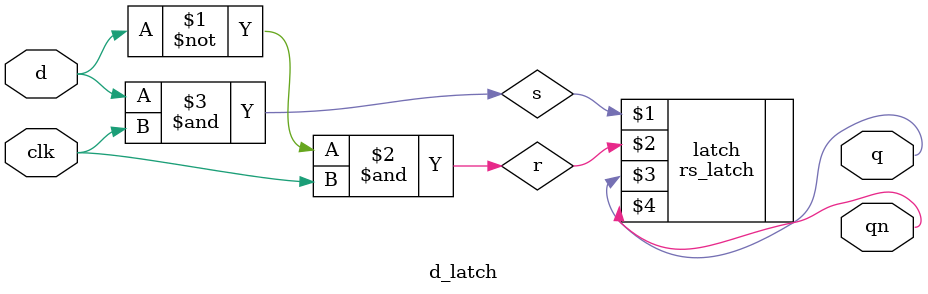
<source format=sv>
`timescale 1ns / 100ps

module d_latch(
  input logic clk,
  input logic d,
  output logic q,
  output logic qn
);

  wire r = ~d & clk;
  wire s = d & clk;
  
  rs_latch latch(s, r, q, qn);

endmodule

</source>
